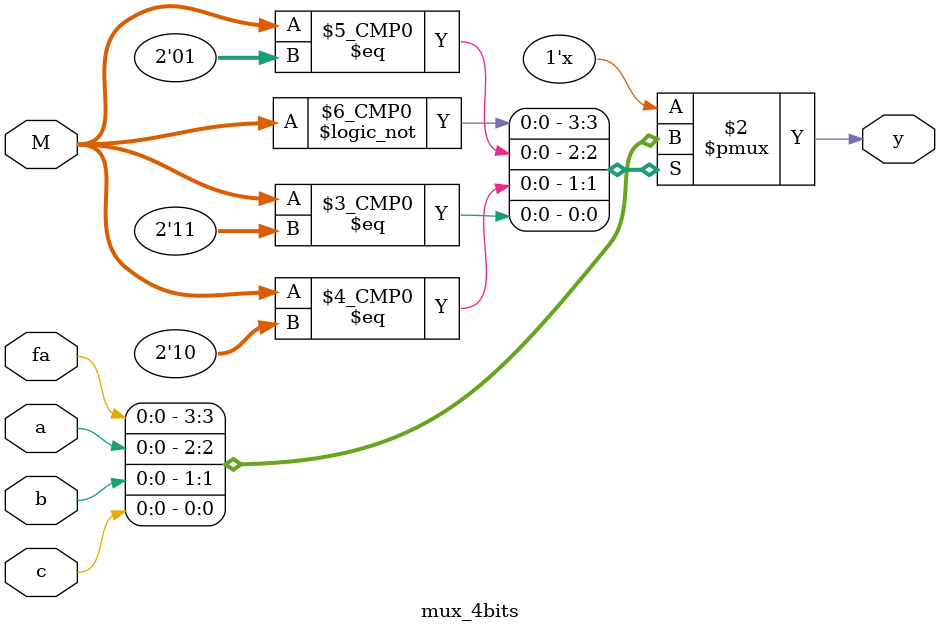
<source format=v>
`ifndef MUX_4_BITS
`define MUX_4_BITS

module mux_4bits (
    y, fa, a, b, c, M
);
    input fa, a, b, c ;
    input[1:0] M;
    output reg y;
    
    always @(*)
        case(M)
            2'b00: y = fa;
            2'b01: y = a;
            2'b10: y = b;
            2'b11: y = c;
        default $display("error, y=%b,%b", M[0], M[1]);
        endcase

endmodule

`endif
</source>
